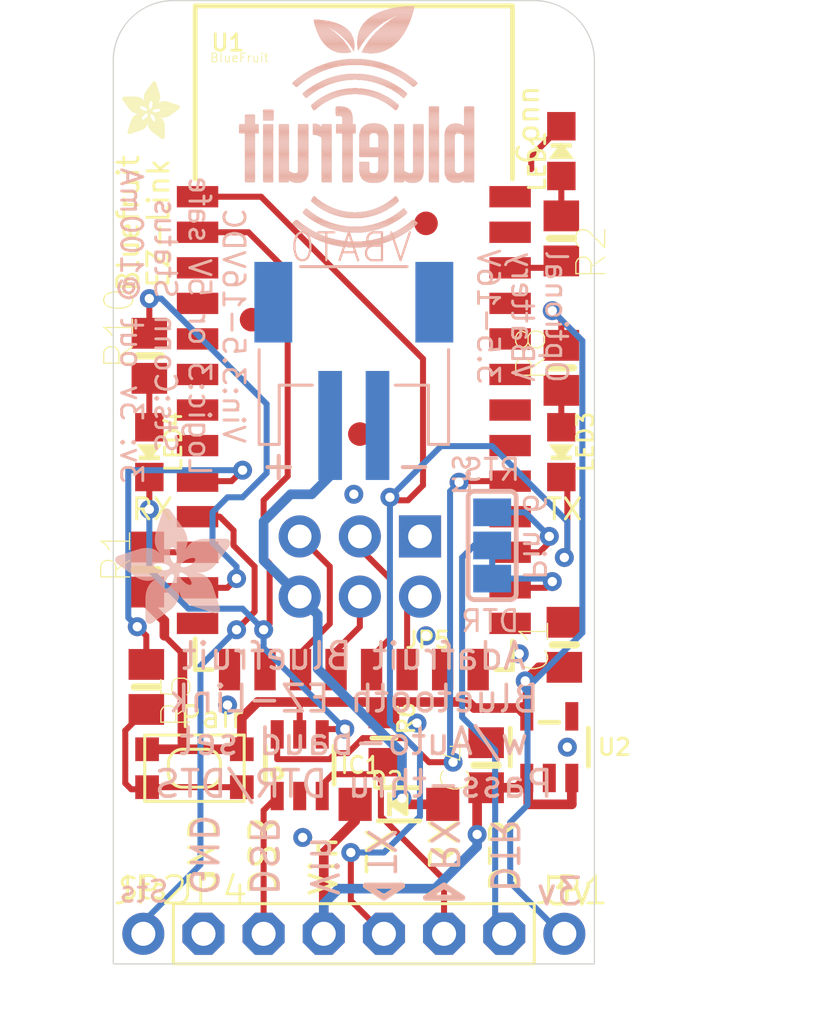
<source format=kicad_pcb>
(kicad_pcb (version 20211014) (generator pcbnew)
  (layers (0 "F.Cu" signal) (31 "B.Cu" signal) (34 "B.Paste" user) (35 "F.Paste" user) (36 "B.SilkS" user "B.Silkscreen") (37 "F.SilkS" user "F.Silkscreen") (38 "B.Mask" user) (39 "F.Mask" user) (44 "Edge.Cuts" user))
  (net 0 "")
  (net 1 "TXD")
  (net 2 "RXD")
  (net 3 "PAIR_LED")
  (net 4 "RESET")
  (net 5 "DSR")
  (net 6 "GND")
  (net 7 "SPI_CS")
  (net 8 "SPI_MOSI")
  (net 9 "SPI_MISO")
  (net 10 "SPI_CLK")
  (net 11 "+5V")
  (net 12 "+3V3")
  (net 13 "PAIR_BTN")
  (net 14 "N$2")
  (net 15 "RXD_5V")
  (net 16 "PAIR_2")
  (net 17 "DTR")
  (net 18 "DSR_5V")
  (net 19 "N$6")
  (net 20 "N$10")
  (net 21 "RTS")
  (net 22 "RTS/DTR")
  (net 23 "STATE")
  (net 24 "VBAT")
  (footprint "boardEagle:FIDUCIAL_1MM" (layer "F.Cu") (at 151.5491 94.0816)
    (fp_text reference "FID3" hide)
    (fp_text value "FIDUCIAL\"\"" hide)
    (pad "1" smd roundrect (at 0 0) (size 1 1) (layers "F.Cu" "F.Mask") (roundrect_rratio 0.5))
  )
  (footprint "boardEagle:SOT23-5" (layer "F.Cu") (at 156.7561 116.1796)
    (fp_text reference "U2" (at 1.978 0) (layer "F.SilkS") (effects (font (size 0.692831 0.692831) (thickness 0.119969)) (justify left)))
    (fp_text value "MIC5225-3.3")
    (pad "1" smd rect (at -0.95 1.3001) (size 0.55 1.2) (layers "F.Cu" "F.Paste" "F.Mask") (net 11 "+5V"))
    (pad "2" smd rect (at 0 1.3001) (size 0.55 1.2) (layers "F.Cu" "F.Paste" "F.Mask") (net 6 "GND"))
    (pad "3" smd rect (at 0.95 1.3001) (size 0.55 1.2) (layers "F.Cu" "F.Paste" "F.Mask") (net 11 "+5V"))
    (pad "4" smd rect (at 0.95 -1.3001) (size 0.55 1.2) (layers "F.Cu" "F.Paste" "F.Mask"))
    (pad "5" smd rect (at -0.95 -1.3001) (size 0.55 1.2) (layers "F.Cu" "F.Paste" "F.Mask") (net 12 "+3V3"))
  )
  (footprint "boardEagle:1X01-CLEANBIG" (layer "F.Cu") (at 157.3911 124.0536)
    (fp_text reference "JP1" (at -1.3462 -1.8288) (layer "F.SilkS") (effects (font (size 1.1557 1.1557) (thickness 0.1143)) (justify left)))
    (fp_text value "")
    (pad "1" thru_hole circle (at 0 0) (size 1.778 1.778) (drill 1.016) (layers *.Cu *.Mask) (net 12 "+3V3"))
  )
  (footprint "boardEagle:CHIPLED_0805_NOOUTLINE" (layer "F.Cu") (at 157.2641 103.7336 180)
    (fp_text reference "LED3" (at -1.016 1.778 90) (layer "F.SilkS") (effects (font (size 0.692831 0.692831) (thickness 0.119969)) (justify right)))
    (fp_text value "Blue")
    (pad "A" smd rect (at 0 1.05 180) (size 1.2 1.2) (layers "F.Cu" "F.Paste" "F.Mask") (net 19 "N$6"))
    (pad "C" smd rect (at 0 -1.05 180) (size 1.2 1.2) (layers "F.Cu" "F.Paste" "F.Mask") (net 1 "TXD"))
  )
  (footprint "boardEagle:BLUETOOTH_MODULE" (layer "F.Cu") (at 148.5011 98.9076)
    (fp_text reference "U1" (at -6.096 -12.446) (layer "F.SilkS") (effects (font (size 0.692831 0.692831) (thickness 0.119969)) (justify left)))
    (fp_text value "BlueFruit" (at -6.096 -11.811) (layer "F.SilkS") (effects (font (size 0.369824 0.369824) (thickness 0.036576)) (justify left)))
    (pad "1" smd rect (at -6.6 -5.95) (size 1.75 0.9) (layers "F.Cu" "F.Mask") (net 1 "TXD"))
    (pad "2" smd rect (at -6.6 -4.45) (size 1.75 0.9) (layers "F.Cu" "F.Mask") (net 2 "RXD"))
    (pad "3" smd rect (at -6.6 -2.95) (size 1.75 0.9) (layers "F.Cu" "F.Mask"))
    (pad "4" smd rect (at -6.6 -1.45) (size 1.75 0.9) (layers "F.Cu" "F.Mask"))
    (pad "5" smd rect (at -6.6 0.05) (size 1.75 0.9) (layers "F.Cu" "F.Mask"))
    (pad "6" smd rect (at -6.6 1.55) (size 1.75 0.9) (layers "F.Cu" "F.Mask"))
    (pad "7" smd rect (at -6.6 3.05) (size 1.75 0.9) (layers "F.Cu" "F.Mask"))
    (pad "8" smd rect (at -6.6 4.55) (size 1.75 0.9) (layers "F.Cu" "F.Mask"))
    (pad "9" smd rect (at -6.6 6.05) (size 1.75 0.9) (layers "F.Cu" "F.Mask") (net 13 "PAIR_BTN"))
    (pad "10" smd rect (at -6.6 7.55) (size 1.75 0.9) (layers "F.Cu" "F.Mask") (net 23 "STATE"))
    (pad "11" smd rect (at -6.6 9.05) (size 1.75 0.9) (layers "F.Cu" "F.Mask") (net 4 "RESET"))
    (pad "12" smd rect (at -6.6 10.55) (size 1.75 0.9) (layers "F.Cu" "F.Mask") (net 12 "+3V3"))
    (pad "13" smd rect (at -6.6 12.05) (size 1.75 0.9) (layers "F.Cu" "F.Mask") (net 6 "GND"))
    (pad "14" smd rect (at -5.25 14 90) (size 1.75 0.9) (layers "F.Cu" "F.Mask") (net 6 "GND"))
    (pad "15" smd rect (at -3.75 14 90) (size 1.75 0.9) (layers "F.Cu" "F.Mask"))
    (pad "16" smd rect (at -2.25 14 90) (size 1.75 0.9) (layers "F.Cu" "F.Mask") (net 7 "SPI_CS"))
    (pad "17" smd rect (at -0.75 14 90) (size 1.75 0.9) (layers "F.Cu" "F.Mask") (net 8 "SPI_MOSI"))
    (pad "18" smd rect (at 0.75 14 90) (size 1.75 0.9) (layers "F.Cu" "F.Mask") (net 9 "SPI_MISO"))
    (pad "19" smd rect (at 2.25 14 90) (size 1.75 0.9) (layers "F.Cu" "F.Mask") (net 10 "SPI_CLK"))
    (pad "20" smd rect (at 3.75 14 90) (size 1.75 0.9) (layers "F.Cu" "F.Mask"))
    (pad "21" smd rect (at 5.25 14 90) (size 1.75 0.9) (layers "F.Cu" "F.Mask") (net 6 "GND"))
    (pad "22" smd rect (at 6.6 12.05 180) (size 1.75 0.9) (layers "F.Cu" "F.Mask") (net 6 "GND"))
    (pad "23" smd rect (at 6.6 10.55 180) (size 1.75 0.9) (layers "F.Cu" "F.Mask") (net 17 "DTR"))
    (pad "24" smd rect (at 6.6 9.05 180) (size 1.75 0.9) (layers "F.Cu" "F.Mask") (net 21 "RTS"))
    (pad "25" smd rect (at 6.6 7.55 180) (size 1.75 0.9) (layers "F.Cu" "F.Mask"))
    (pad "26" smd rect (at 6.6 6.05 180) (size 1.75 0.9) (layers "F.Cu" "F.Mask") (net 5 "DSR"))
    (pad "27" smd rect (at 6.6 4.55 180) (size 1.75 0.9) (layers "F.Cu" "F.Mask"))
    (pad "28" smd rect (at 6.6 3.05 180) (size 1.75 0.9) (layers "F.Cu" "F.Mask"))
    (pad "29" smd rect (at 6.6 1.55 180) (size 1.75 0.9) (layers "F.Cu" "F.Mask"))
    (pad "30" smd rect (at 6.6 0.05 180) (size 1.75 0.9) (layers "F.Cu" "F.Mask"))
    (pad "31" smd rect (at 6.6 -1.45 180) (size 1.75 0.9) (layers "F.Cu" "F.Mask"))
    (pad "32" smd rect (at 6.6 -2.95 180) (size 1.75 0.9) (layers "F.Cu" "F.Mask") (net 3 "PAIR_LED"))
    (pad "33" smd rect (at 6.6 -4.45 180) (size 1.75 0.9) (layers "F.Cu" "F.Mask"))
    (pad "34" smd rect (at 6.6 -5.95 180) (size 1.75 0.9) (layers "F.Cu" "F.Mask"))
  )
  (footprint "" (layer "F.Cu") (at 156.7561 120.2436)
    (fp_text reference "@HOLE0" hide)
    (fp_text value "" (at 0 0) (layer "F.SilkS") (effects (font (size 1.27 1.27))))
    (pad "" np_thru_hole circle (at 0 0) (size 2.2 2.2) (drill 2.2) (layers *.Cu *.Mask))
  )
  (footprint "boardEagle:CHIPLED_0805_NOOUTLINE" (layer "F.Cu") (at 157.2641 91.0336)
    (fp_text reference "LED1" (at -1.016 1.778 90) (layer "F.SilkS") (effects (font (size 0.692831 0.692831) (thickness 0.119969)) (justify left)))
    (fp_text value "RED")
    (pad "A" smd rect (at 0 1.05) (size 1.2 1.2) (layers "F.Cu" "F.Paste" "F.Mask") (net 14 "N$2"))
    (pad "C" smd rect (at 0 -1.05) (size 1.2 1.2) (layers "F.Cu" "F.Paste" "F.Mask") (net 6 "GND"))
  )
  (footprint "boardEagle:FIDUCIAL_1MM" (layer "F.Cu") (at 148.7551 102.9716)
    (fp_text reference "FID1" hide)
    (fp_text value "FIDUCIAL\"\"" hide)
    (pad "1" smd roundrect (at 0 0) (size 1 1) (layers "F.Cu" "F.Mask") (roundrect_rratio 0.5))
  )
  (footprint "boardEagle:0805-NO" (layer "F.Cu") (at 157.3911 111.8616 90)
    (fp_text reference "C1" (at -1.27 -1.27 90) (layer "F.SilkS") (effects (font (size 1.21668 1.21668) (thickness 0.05332)) (justify left)))
    (fp_text value "10uF")
    (pad "1" smd rect (at -0.95 0 90) (size 1.3 1.5) (layers "F.Cu" "F.Paste" "F.Mask") (net 12 "+3V3"))
    (pad "2" smd rect (at 0.95 0 90) (size 1.3 1.5) (layers "F.Cu" "F.Paste" "F.Mask") (net 6 "GND"))
  )
  (footprint "boardEagle:ADAFRUIT_2.5MM" (layer "F.Cu") (at 138.7221 90.5256)
    (fp_text reference "U$3" hide)
    (fp_text value "" hide)
  )
  (footprint "boardEagle:FIDUCIAL_1MM" (layer "F.Cu") (at 144.1831 98.1456)
    (fp_text reference "FID2" hide)
    (fp_text value "FIDUCIAL\"\"" hide)
    (pad "1" smd roundrect (at 0 0) (size 1 1) (layers "F.Cu" "F.Mask") (roundrect_rratio 0.5))
  )
  (footprint "boardEagle:SOT23-6" (layer "F.Cu") (at 146.2151 116.9416)
    (fp_text reference "IC1" (at 1.651 0) (layer "F.SilkS") (effects (font (size 0.692831 0.692831) (thickness 0.119969)) (justify left)))
    (fp_text value "74LVC2G34DBVR")
    (pad "1" smd rect (at -0.95 1.3) (size 0.55 1.2) (layers "F.Cu" "F.Paste" "F.Mask") (net 18 "DSR_5V"))
    (pad "2" smd rect (at 0 1.3) (size 0.55 1.2) (layers "F.Cu" "F.Paste" "F.Mask") (net 6 "GND"))
    (pad "3" smd rect (at 0.95 1.3) (size 0.55 1.2) (layers "F.Cu" "F.Paste" "F.Mask") (net 15 "RXD_5V"))
    (pad "4" smd rect (at 0.95 -1.3) (size 0.55 1.2) (layers "F.Cu" "F.Paste" "F.Mask") (net 2 "RXD"))
    (pad "5" smd rect (at 0 -1.3) (size 0.55 1.2) (layers "F.Cu" "F.Paste" "F.Mask") (net 12 "+3V3"))
    (pad "6" smd rect (at -0.95 -1.3) (size 0.55 1.2) (layers "F.Cu" "F.Paste" "F.Mask") (net 5 "DSR"))
  )
  (footprint "" (layer "F.Cu") (at 140.2461 120.2436)
    (fp_text reference "@HOLE1" hide)
    (fp_text value "" (at 0 0) (layer "F.SilkS") (effects (font (size 1.27 1.27))))
    (pad "" np_thru_hole circle (at 0 0) (size 2.2 2.2) (drill 2.2) (layers *.Cu *.Mask))
  )
  (footprint "boardEagle:KMR2" (layer "F.Cu") (at 141.7701 117.0686)
    (fp_text reference "SW1" hide)
    (fp_text value "SPST_TACT-KMR2" hide)
    (pad "1" smd rect (at 2 -0.8) (size 1 1) (layers "F.Cu" "F.Paste" "F.Mask") (net 12 "+3V3"))
    (pad "2" smd rect (at 2 0.8) (size 1 1) (layers "F.Cu" "F.Paste" "F.Mask") (net 16 "PAIR_2"))
    (pad "3" smd rect (at -2 -0.8) (size 1 1) (layers "F.Cu" "F.Paste" "F.Mask") (net 12 "+3V3"))
    (pad "4" smd rect (at -2 0.8) (size 1 1) (layers "F.Cu" "F.Paste" "F.Mask") (net 16 "PAIR_2"))
  )
  (footprint "boardEagle:0805-NO" (layer "F.Cu") (at 139.7381 108.6866 90)
    (fp_text reference "R1" (at -0.635 -1.27 90) (layer "F.SilkS") (effects (font (size 1.21668 1.21668) (thickness 0.05332)) (justify left)))
    (fp_text value "10K")
    (pad "1" smd rect (at -0.95 0 90) (size 1.3 1.5) (layers "F.Cu" "F.Paste" "F.Mask") (net 12 "+3V3"))
    (pad "2" smd rect (at 0.95 0 90) (size 1.3 1.5) (layers "F.Cu" "F.Paste" "F.Mask") (net 4 "RESET"))
  )
  (footprint "boardEagle:0805-NO" (layer "F.Cu") (at 154.0891 116.9416 90)
    (fp_text reference "C4" (at -1.27 -1.27 90) (layer "F.SilkS") (effects (font (size 1.21668 1.21668) (thickness 0.05332)) (justify left)))
    (fp_text value "10uF")
    (pad "1" smd rect (at -0.95 0 90) (size 1.3 1.5) (layers "F.Cu" "F.Paste" "F.Mask") (net 11 "+5V"))
    (pad "2" smd rect (at 0.95 0 90) (size 1.3 1.5) (layers "F.Cu" "F.Paste" "F.Mask") (net 6 "GND"))
  )
  (footprint "boardEagle:CHIPLED_0805_NOOUTLINE" (layer "F.Cu") (at 139.8651 103.7336 180)
    (fp_text reference "LED4" (at -1.016 1.778 90) (layer "F.SilkS") (effects (font (size 0.692831 0.692831) (thickness 0.119969)) (justify right)))
    (fp_text value "Blue")
    (pad "A" smd rect (at 0 1.05 180) (size 1.2 1.2) (layers "F.Cu" "F.Paste" "F.Mask") (net 20 "N$10"))
    (pad "C" smd rect (at 0 -1.05 180) (size 1.2 1.2) (layers "F.Cu" "F.Paste" "F.Mask") (net 2 "RXD"))
  )
  (footprint "boardEagle:0805-NO" (layer "F.Cu") (at 139.7381 113.6396 -90)
    (fp_text reference "R5" (at -0.635 -1.27 90) (layer "F.SilkS") (effects (font (size 1.21668 1.21668) (thickness 0.05332)) (justify right)))
    (fp_text value "2.2K")
    (pad "1" smd rect (at -0.95 0 270) (size 1.3 1.5) (layers "F.Cu" "F.Paste" "F.Mask") (net 13 "PAIR_BTN"))
    (pad "2" smd rect (at 0.95 0 270) (size 1.3 1.5) (layers "F.Cu" "F.Paste" "F.Mask") (net 16 "PAIR_2"))
  )
  (footprint "boardEagle:SOD-123" (layer "F.Cu") (at 150.4061 118.5926)
    (fp_text reference "D2" (at -1.27 -1.016) (layer "F.SilkS") (effects (font (size 0.692831 0.692831) (thickness 0.119969)) (justify left)))
    (fp_text value "MBR120")
    (pad "A" smd rect (at 1.85 0 90) (size 1.4 1.4) (layers "F.Cu" "F.Paste" "F.Mask") (net 24 "VBAT"))
    (pad "C" smd rect (at -1.85 0 90) (size 1.4 1.4) (layers "F.Cu" "F.Paste" "F.Mask") (net 11 "+5V"))
  )
  (footprint "boardEagle:0805-NO" (layer "F.Cu") (at 157.2641 94.7166 -90)
    (fp_text reference "R2" (at -0.635 -1.27 90) (layer "F.SilkS") (effects (font (size 1.21668 1.21668) (thickness 0.05332)) (justify right)))
    (fp_text value "470")
    (pad "1" smd rect (at -0.95 0 270) (size 1.3 1.5) (layers "F.Cu" "F.Paste" "F.Mask") (net 14 "N$2"))
    (pad "2" smd rect (at 0.95 0 270) (size 1.3 1.5) (layers "F.Cu" "F.Paste" "F.Mask") (net 3 "PAIR_LED"))
  )
  (footprint "" (layer "F.Cu") (at 140.2461 86.5886)
    (fp_text reference "@HOLE2" hide)
    (fp_text value "" (at 0 0) (layer "F.SilkS") (effects (font (size 1.27 1.27))))
    (pad "" np_thru_hole circle (at 0 0) (size 2.2 2.2) (drill 2.2) (layers *.Cu *.Mask))
  )
  (footprint "boardEagle:2X03_ROUND_70MIL" (layer "F.Cu") (at 148.7551 108.5596 180)
    (fp_text reference "JP5" (at -3.8862 -3.0988) (layer "F.SilkS") (effects (font (size 0.692831 0.692831) (thickness 0.119969)) (justify right)))
    (fp_text value "")
    (pad "1" thru_hole rect (at -2.54 1.27 270) (size 1.778 1.778) (drill 1) (layers *.Cu *.Mask) (net 6 "GND"))
    (pad "2" thru_hole circle (at -2.54 -1.27 270) (size 1.778 1.778) (drill 1) (layers *.Cu *.Mask) (net 10 "SPI_CLK"))
    (pad "3" thru_hole circle (at 0 1.27 270) (size 1.778 1.778) (drill 1) (layers *.Cu *.Mask) (net 9 "SPI_MISO"))
    (pad "4" thru_hole circle (at 0 -1.27 270) (size 1.778 1.778) (drill 1) (layers *.Cu *.Mask) (net 8 "SPI_MOSI"))
    (pad "5" thru_hole circle (at 2.54 1.27 270) (size 1.778 1.778) (drill 1) (layers *.Cu *.Mask) (net 7 "SPI_CS"))
    (pad "6" thru_hole circle (at 2.54 -1.27 270) (size 1.778 1.778) (drill 1) (layers *.Cu *.Mask) (net 24 "VBAT"))
  )
  (footprint "boardEagle:1X06-BIG" (layer "F.Cu") (at 148.5011 124.0536)
    (fp_text reference "JP4" (at -7.6962 -1.8288) (layer "F.SilkS") (effects (font (size 1.1557 1.1557) (thickness 0.1143)) (justify left)))
    (fp_text value "")
    (pad "1" thru_hole roundrect (at -6.35 0 90) (size 1.778 1.778) (drill 1.016) (layers *.Cu *.Mask) (chamfer_ratio 0.2928932188) (chamfer top_left top_right bottom_left bottom_right) (net 6 "GND"))
    (pad "2" thru_hole roundrect (at -3.81 0 90) (size 1.778 1.778) (drill 1.016) (layers *.Cu *.Mask) (chamfer_ratio 0.2928932188) (chamfer top_left top_right bottom_left bottom_right) (net 18 "DSR_5V"))
    (pad "3" thru_hole roundrect (at -1.27 0 90) (size 1.778 1.778) (drill 1.016) (layers *.Cu *.Mask) (chamfer_ratio 0.2928932188) (chamfer top_left top_right bottom_left bottom_right) (net 11 "+5V"))
    (pad "4" thru_hole roundrect (at 1.27 0 90) (size 1.778 1.778) (drill 1.016) (layers *.Cu *.Mask) (chamfer_ratio 0.2928932188) (chamfer top_left top_right bottom_left bottom_right) (net 1 "TXD"))
    (pad "5" thru_hole roundrect (at 3.81 0 90) (size 1.778 1.778) (drill 1.016) (layers *.Cu *.Mask) (chamfer_ratio 0.2928932188) (chamfer top_left top_right bottom_left bottom_right) (net 15 "RXD_5V"))
    (pad "6" thru_hole roundrect (at 6.35 0 90) (size 1.778 1.778) (drill 1.016) (layers *.Cu *.Mask) (chamfer_ratio 0.2928932188) (chamfer top_left top_right bottom_left bottom_right) (net 22 "RTS/DTR"))
  )
  (footprint "boardEagle:_0805MP" (layer "F.Cu") (at 149.7711 115.7986 -90)
    (fp_text reference "R6" (at -1.5875 -0.9525 90) (layer "F.SilkS") (effects (font (size 0.692831 0.692831) (thickness 0.119969)) (justify right)))
    (fp_text value "10K")
    (pad "1" smd rect (at -1.016 0 270) (size 1.2 1.3) (layers "F.Cu" "F.Paste" "F.Mask") (net 12 "+3V3"))
    (pad "2" smd rect (at 1.016 0 270) (size 1.2 1.3) (layers "F.Cu" "F.Paste" "F.Mask") (net 15 "RXD_5V"))
  )
  (footprint "boardEagle:1X01-CLEANBIG" (layer "F.Cu") (at 139.6111 124.0536)
    (fp_text reference "JP2" (at -1.3462 -1.8288) (layer "F.SilkS") (effects (font (size 1.1557 1.1557) (thickness 0.1143)) (justify left)))
    (fp_text value "")
    (pad "1" thru_hole circle (at 0 0) (size 1.778 1.778) (drill 1.016) (layers *.Cu *.Mask) (net 23 "STATE"))
  )
  (footprint "boardEagle:0805-NO" (layer "F.Cu") (at 157.2641 100.1776 90)
    (fp_text reference "R8" (at -0.635 -1.27 90) (layer "F.SilkS") (effects (font (size 1.21668 1.21668) (thickness 0.05332)) (justify left)))
    (fp_text value "220")
    (pad "1" smd rect (at -0.95 0 90) (size 1.3 1.5) (layers "F.Cu" "F.Paste" "F.Mask") (net 19 "N$6"))
    (pad "2" smd rect (at 0.95 0 90) (size 1.3 1.5) (layers "F.Cu" "F.Paste" "F.Mask") (net 12 "+3V3"))
  )
  (footprint "boardEagle:0805-NO" (layer "F.Cu") (at 139.8651 99.6696 90)
    (fp_text reference "R10" (at -0.635 -1.27 90) (layer "F.SilkS") (effects (font (size 1.21668 1.21668) (thickness 0.05332)) (justify left)))
    (fp_text value "220")
    (pad "1" smd rect (at -0.95 0 90) (size 1.3 1.5) (layers "F.Cu" "F.Paste" "F.Mask") (net 20 "N$10"))
    (pad "2" smd rect (at 0.95 0 90) (size 1.3 1.5) (layers "F.Cu" "F.Paste" "F.Mask") (net 12 "+3V3"))
  )
  (footprint "" (layer "F.Cu") (at 156.7561 86.5886)
    (fp_text reference "@HOLE3" hide)
    (fp_text value "" (at 0 0) (layer "F.SilkS") (effects (font (size 1.27 1.27))))
    (pad "" np_thru_hole circle (at 0 0) (size 2.2 2.2) (drill 2.2) (layers *.Cu *.Mask))
  )
  (footprint "boardEagle:JST-PH-2-SMT-RA" (layer "B.Cu") (at 148.5011 98.9076 180)
    (fp_text reference "VBAT0" (at -2.54 3.81) (layer "B.SilkS") (effects (font (size 1.176528 1.176528) (thickness 0.093472)) (justify left mirror)))
    (fp_text value "JST-2PH")
    (fp_text user "+" (at 2.286 -6.096) (layer "B.SilkS") (effects (font (size 1.251712 1.251712) (thickness 0.170688)) (justify left bottom mirror)))
    (fp_text user "-" (at -3.429 -6.096) (layer "B.SilkS") (effects (font (size 1.251712 1.251712) (thickness 0.170688)) (justify left bottom mirror)))
    (pad "1" smd rect (at 1 -3.7 180) (size 1 4.6) (layers "B.Cu" "B.Paste" "B.Mask") (net 24 "VBAT"))
    (pad "2" smd rect (at -1 -3.7 180) (size 1 4.6) (layers "B.Cu" "B.Paste" "B.Mask") (net 6 "GND"))
    (pad "NC1" smd rect (at -3.4 1.5 90) (size 3.4 1.6) (layers "B.Cu" "B.Paste" "B.Mask"))
    (pad "NC2" smd rect (at 3.4 1.5 90) (size 3.4 1.6) (layers "B.Cu" "B.Paste" "B.Mask"))
  )
  (footprint "boardEagle:ADAFRUIT_5MM" (layer "B.Cu") (at 143.2941 110.9726 180)
    (fp_text reference "U$2" hide)
    (fp_text value "" hide)
  )
  (footprint "boardEagle:SOLDERJUMPER_2WAY_OPEN_NOPASTE" (layer "B.Cu") (at 154.3431 107.6706 -90)
    (fp_text reference "SJ1" (at -1.905 1.27 -270) (layer "B.SilkS") (effects (font (size 0.692831 0.692831) (thickness 0.119969)) (justify right mirror)))
    (fp_text value "")
    (pad "1" smd rect (at -1.397 0 270) (size 1.1684 1.6002) (layers "B.Cu") (net 21 "RTS"))
    (pad "2" smd rect (at 0 0 270) (size 1.1684 1.6002) (layers "B.Cu") (net 22 "RTS/DTR"))
    (pad "3" smd rect (at 1.397 0 270) (size 1.1684 1.6002) (layers "B.Cu") (net 17 "DTR"))
  )
  (footprint "boardEagle:BLUEFRUITLOGO_100MM" (layer "B.Cu") (at 153.5811 95.0976 180)
    (fp_text reference "U$4" hide)
    (fp_text value "" hide)
  )
  (gr_line (start 149.7711 122.5296) (end 150.5331 122.0216) (layer "B.SilkS") (width 0.254))
  (gr_line (start 150.5331 122.0216) (end 149.0091 122.0216) (layer "B.SilkS") (width 0.254))
  (gr_line (start 151.5491 122.5296) (end 153.0731 122.5296) (layer "B.SilkS") (width 0.254))
  (gr_line (start 149.0091 122.0216) (end 149.7711 122.5296) (layer "B.SilkS") (width 0.254))
  (gr_line (start 152.3111 122.0216) (end 151.5491 122.5296) (layer "B.SilkS") (width 0.254))
  (gr_line (start 153.0731 122.5296) (end 152.3111 122.0216) (layer "B.SilkS") (width 0.254))
  (gr_line (start 152.3111 122.0216) (end 151.5491 122.5296) (layer "F.SilkS") (width 0.254))
  (gr_line (start 153.0731 122.5296) (end 152.3111 122.0216) (layer "F.SilkS") (width 0.254))
  (gr_line (start 150.5331 122.0216) (end 149.0091 122.0216) (layer "F.SilkS") (width 0.254))
  (gr_line (start 151.5491 122.5296) (end 153.0731 122.5296) (layer "F.SilkS") (width 0.254))
  (gr_line (start 149.0091 122.0216) (end 149.7711 122.5296) (layer "F.SilkS") (width 0.254))
  (gr_line (start 149.7711 122.5296) (end 150.5331 122.0216) (layer "F.SilkS") (width 0.254))
  (gr_arc (start 156.1211 84.6836) (mid 157.917151 85.427549) (end 158.6611 87.2236) (layer "Edge.Cuts") (width 0.05))
  (gr_line (start 138.3411 87.2236) (end 138.3411 125.3236) (layer "Edge.Cuts") (width 0.05))
  (gr_arc (start 138.3411 87.2236) (mid 139.085049 85.427549) (end 140.8811 84.6836) (layer "Edge.Cuts") (width 0.05))
  (gr_line (start 138.3411 125.3236) (end 158.6611 125.3236) (layer "Edge.Cuts") (width 0.05))
  (gr_line (start 158.6611 125.3236) (end 158.6611 87.2236) (layer "Edge.Cuts") (width 0.05))
  (gr_line (start 156.1211 84.6836) (end 140.8811 84.6836) (layer "Edge.Cuts") (width 0.05))
  (gr_text "3v" (at 156.1211 122.2756) (layer "B.SilkS") (effects (font (size 1.1176 1.1176) (thickness 0.1524)) (justify right mirror)))
  (gr_text "Pin 6" (at 156.6291 105.3846 -90) (layer "B.SilkS") (effects (font (size 0.89408 0.89408) (thickness 0.12192)) (justify right top mirror)))
  (gr_text "Vin:3.5-16VDC\nLogic:3 or 5V safe\nSts:Conn Status\n3v: 3v out @100mA" (at 141.2621 98.3996 -90) (layer "B.SilkS") (effects (font (size 0.89408 0.89408) (thickness 0.12192)) (justify mirror)))
  (gr_text "Optional\nVBattery\n3.5-16V" (at 155.6131 98.0186 -90) (layer "B.SilkS") (effects (font (size 0.89408 0.89408) (thickness 0.12192)) (justify mirror)))
  (gr_text "TX" (at 149.6441 121.6406 -90) (layer "B.SilkS") (effects (font (size 1.1176 1.1176) (thickness 0.1524)) (justify left mirror)))
  (gr_text "DSR" (at 144.6911 122.5296 -90) (layer "B.SilkS") (effects (font (size 1.1176 1.1176) (thickness 0.1524)) (justify left mirror)))
  (gr_text "Vin" (at 147.2311 122.5296 -90) (layer "B.SilkS") (effects (font (size 1.1176 1.1176) (thickness 0.1524)) (justify left mirror)))
  (gr_text "DTR" (at 152.9461 110.3376) (layer "B.SilkS") (effects (font (size 0.89408 0.89408) (thickness 0.12192)) (justify right top mirror)))
  (gr_text "DTR" (at 154.8511 122.4026 -90) (layer "B.SilkS") (effects (font (size 1.1176 1.1176) (thickness 0.1524)) (justify left mirror)))
  (gr_text "Adafruit Bluefruit\nBluetooth EZ-Link\nw/Auto-baud set\nPass-thru DTR/DTS" (at 148.5011 115.0366) (layer "B.SilkS") (effects (font (size 1.1176 1.1176) (thickness 0.1524)) (justify mirror)))
  (gr_text "GND" (at 142.1511 122.5296 -90) (layer "B.SilkS") (effects (font (size 1.1176 1.1176) (thickness 0.1524)) (justify left mirror)))
  (gr_text "RTS" (at 155.6131 105.0036) (layer "B.SilkS") (effects (font (size 0.89408 0.89408) (thickness 0.12192)) (justify left bottom mirror)))
  (gr_text "RX" (at 152.3111 121.5136 -90) (layer "B.SilkS") (effects (font (size 1.1176 1.1176) (thickness 0.1524)) (justify left mirror)))
  (gr_text "Sts" (at 140.7541 122.2756) (layer "B.SilkS") (effects (font (size 0.89408 0.89408) (thickness 0.12192)) (justify left mirror)))
  (gr_text "Sts" (at 138.4681 122.1486) (layer "F.SilkS") (effects (font (size 0.89408 0.89408) (thickness 0.12192)) (justify left)))
  (gr_text "3v" (at 158.6611 122.2756) (layer "F.SilkS") (effects (font (size 1.1176 1.1176) (thickness 0.1524)) (justify right)))
  (gr_text "DTR" (at 154.8511 122.4026 90) (layer "F.SilkS") (effects (font (size 1.1176 1.1176) (thickness 0.1524)) (justify left)))
  (gr_text "GND" (at 142.1511 122.5296 90) (layer "F.SilkS") (effects (font (size 1.1176 1.1176) (thickness 0.1524)) (justify left)))
  (gr_text "Pair" (at 143.9291 114.9096) (layer "F.SilkS") (effects (font (size 0.89408 0.89408) (thickness 0.12192)) (justify right)))
  (gr_text "RX" (at 139.9921 106.1466) (layer "F.SilkS") (effects (font (size 0.89408 0.89408) (thickness 0.12192))))
  (gr_text "Vin" (at 147.2311 122.5296 90) (layer "F.SilkS") (effects (font (size 1.1176 1.1176) (thickness 0.1524)) (justify left)))
  (gr_text "DSR" (at 144.6911 122.5296 90) (layer "F.SilkS") (effects (font (size 1.1176 1.1176) (thickness 0.1524)) (justify left)))
  (gr_text "TX" (at 149.6441 121.6406 90) (layer "F.SilkS") (effects (font (size 1.1176 1.1176) (thickness 0.1524)) (justify left)))
  (gr_text "TX" (at 157.3911 106.1466) (layer "F.SilkS") (effects (font (size 0.89408 0.89408) (thickness 0.12192))))
  (gr_text "Bluefruit" (at 138.9761 94.0816 90) (layer "F.SilkS") (effects (font (size 0.89408 0.89408) (thickness 0.12192))))
  (gr_text "RX" (at 152.3111 121.5136 90) (layer "F.SilkS") (effects (font (size 1.1176 1.1176) (thickness 0.1524)) (justify left)))
  (gr_text "Conn" (at 155.8671 91.6686 90) (layer "F.SilkS") (effects (font (size 0.89408 0.89408) (thickness 0.12192)) (justify left)))
  (gr_text "EZ-Link" (at 140.2461 94.0816 90) (layer "F.SilkS") (effects (font (size 0.89408 0.89408) (thickness 0.12192))))
  (segment (start 150.0251 105.7656) (end 150.0251 105.6386) (width 0.254) (layer "F.Cu") (net 1))
  (segment (start 151.4221 105.1306) (end 150.7871 105.7656) (width 0.254) (layer "F.Cu") (net 1))
  (segment (start 157.5181 104.7836) (end 157.5181 108.0516) (width 0.254) (layer "F.Cu") (net 1))
  (segment (start 157.2641 104.7836) (end 157.5181 104.7836) (width 0.254) (layer "F.Cu") (net 1))
  (segment (start 148.3741 120.6246) (end 148.3741 122.6566) (width 0.254) (layer "F.Cu") (net 1))
  (segment (start 141.9011 92.9576) (end 144.5831 92.9576) (width 0.254) (layer "F.Cu") (net 1))
  (segment (start 157.5181 108.0516) (end 157.3911 108.1786) (width 0.254) (layer "F.Cu") (net 1))
  (segment (start 148.3741 122.6566) (end 149.7711 124.0536) (width 0.254) (layer "F.Cu") (net 1))
  (segment (start 144.5831 92.9576) (end 151.4221 99.7966) (width 0.254) (layer "F.Cu") (net 1))
  (segment (start 151.4221 99.7966) (end 151.4221 105.1306) (width 0.254) (layer "F.Cu") (net 1))
  (segment (start 150.7871 105.7656) (end 150.0251 105.7656) (width 0.254) (layer "F.Cu") (net 1))
  (via (at 148.3741 120.6246) (size 0.8001) (drill 0.3937) (layers "F.Cu" "B.Cu") (net 1))
  (via (at 157.3911 108.1786) (size 0.8001) (drill 0.3937) (layers "F.Cu" "B.Cu") (net 1))
  (via (at 150.0251 105.6386) (size 0.8001) (drill 0.3937) (layers "F.Cu" "B.Cu") (net 1))
  (segment (start 157.5181 106.6546) (end 157.5181 108.0516) (width 0.254) (layer "B.Cu") (net 1))
  (segment (start 150.0251 105.6386) (end 150.0251 115.1636) (width 0.254) (layer "B.Cu") (net 1))
  (segment (start 150.0251 115.1636) (end 151.2951 116.4336) (width 0.254) (layer "B.Cu") (net 1))
  (segment (start 150.0251 105.6386) (end 152.1841 103.4796) (width 0.254) (layer "B.Cu") (net 1))
  (segment (start 157.5181 108.0516) (end 157.3911 108.1786) (width 0.254) (layer "B.Cu") (net 1))
  (segment (start 151.2951 116.4336) (end 151.2951 119.1006) (width 0.254) (layer "B.Cu") (net 1))
  (segment (start 149.7711 120.6246) (end 148.3741 120.6246) (width 0.254) (layer "B.Cu") (net 1))
  (segment (start 154.3431 103.4796) (end 157.5181 106.6546) (width 0.254) (layer "B.Cu") (net 1))
  (segment (start 152.1841 103.4796) (end 154.3431 103.4796) (width 0.254) (layer "B.Cu") (net 1))
  (segment (start 151.2951 119.1006) (end 149.7711 120.6246) (width 0.254) (layer "B.Cu") (net 1))
  (segment (start 145.7071 104.7496) (end 144.6911 105.7656) (width 0.254) (layer "F.Cu") (net 2))
  (segment (start 148.1201 115.4176) (end 147.3891 115.4176) (width 0.254) (layer "F.Cu") (net 2))
  (segment (start 144.6911 108.1786) (end 144.9451 108.4326) (width 0.254) (layer "F.Cu") (net 2))
  (segment (start 141.9011 94.4576) (end 144.0511 94.4576) (width 0.254) (layer "F.Cu") (net 2))
  (segment (start 144.9451 108.4326) (end 144.9451 110.9726) (width 0.254) (layer "F.Cu") (net 2))
  (segment (start 144.6911 105.7656) (end 144.6911 108.1786) (width 0.254) (layer "F.Cu") (net 2))
  (segment (start 144.0511 94.4576) (end 145.7071 96.1136) (width 0.254) (layer "F.Cu") (net 2))
  (segment (start 144.9451 110.9726) (end 144.6911 111.2266) (width 0.254) (layer "F.Cu") (net 2))
  (segment (start 139.8651 104.7836) (end 139.8651 106.1466) (width 0.254) (layer "F.Cu") (net 2))
  (segment (start 145.7071 96.1136) (end 145.7071 104.7496) (width 0.254) (layer "F.Cu") (net 2))
  (segment (start 147.3891 115.4176) (end 147.1651 115.6416) (width 0.254) (layer "F.Cu") (net 2))
  (via (at 139.8651 106.1466) (size 0.8001) (drill 0.3937) (layers "F.Cu" "B.Cu") (net 2))
  (via (at 148.1201 115.4176) (size 0.8001) (drill 0.3937) (layers "F.Cu" "B.Cu") (net 2))
  (via (at 144.6911 111.2266) (size 0.8001) (drill 0.3937) (layers "F.Cu" "B.Cu") (net 2))
  (segment (start 144.6911 111.2266) (end 144.6911 111.9886) (width 0.254) (layer "B.Cu") (net 2))
  (segment (start 139.8651 108.6866) (end 139.8651 106.1466) (width 0.254) (layer "B.Cu") (net 2))
  (segment (start 141.5161 110.3376) (end 139.8651 108.6866) (width 0.254) (layer "B.Cu") (net 2))
  (segment (start 143.8021 110.3376) (end 144.6911 111.2266) (width 0.254) (layer "B.Cu") (net 2))
  (segment (start 143.8021 110.3376) (end 141.5161 110.3376) (width 0.254) (layer "B.Cu") (net 2))
  (segment (start 144.6911 111.9886) (end 148.1201 115.4176) (width 0.254) (layer "B.Cu") (net 2))
  (segment (start 155.1011 95.9576) (end 156.9731 95.9576) (width 0.254) (layer "F.Cu") (net 3))
  (segment (start 156.9731 95.9576) (end 157.2641 95.6666) (width 0.254) (layer "F.Cu") (net 3))
  (segment (start 139.7381 107.7366) (end 139.9591 107.9576) (width 0.254) (layer "F.Cu") (net 4))
  (segment (start 139.9591 107.9576) (end 141.9011 107.9576) (width 0.254) (layer "F.Cu") (net 4))
  (segment (start 152.9461 104.9576) (end 155.1011 104.9576) (width 0.254) (layer "F.Cu") (net 5))
  (segment (start 148.2471 116.4336) (end 148.8821 115.7986) (width 0.254) (layer "F.Cu") (net 5))
  (segment (start 148.8821 115.7986) (end 150.6601 115.7986) (width 0.254) (layer "F.Cu") (net 5))
  (segment (start 145.2651 116.6876) (end 147.4851 116.6876) (width 0.254) (layer "F.Cu") (net 5))
  (segment (start 145.2651 115.6416) (end 145.2651 116.6876) (width 0.254) (layer "F.Cu") (net 5))
  (segment (start 147.7391 116.4336) (end 148.2471 116.4336) (width 0.254) (layer "F.Cu") (net 5))
  (segment (start 152.9461 105.0036) (end 152.9461 104.9576) (width 0.254) (layer "F.Cu") (net 5))
  (segment (start 151.6761 116.8146) (end 152.6921 116.8146) (width 0.254) (layer "F.Cu") (net 5))
  (segment (start 147.4851 116.6876) (end 147.7391 116.4336) (width 0.254) (layer "F.Cu") (net 5))
  (segment (start 150.6601 115.7986) (end 151.6761 116.8146) (width 0.254) (layer "F.Cu") (net 5))
  (via (at 152.9461 105.0036) (size 0.8001) (drill 0.3937) (layers "F.Cu" "B.Cu") (net 5))
  (via (at 152.6921 116.8146) (size 0.8001) (drill 0.3937) (layers "F.Cu" "B.Cu") (net 5))
  (segment (start 152.5651 105.3846) (end 152.9461 105.0036) (width 0.254) (layer "B.Cu") (net 5))
  (segment (start 152.6921 116.5606) (end 152.5651 116.4336) (width 0.254) (layer "B.Cu") (net 5))
  (segment (start 152.5651 116.4336) (end 152.5651 105.3846) (width 0.254) (layer "B.Cu") (net 5))
  (segment (start 152.6921 116.8146) (end 152.6921 116.5606) (width 0.254) (layer "B.Cu") (net 5))
  (segment (start 153.7391 115.6416) (end 154.0891 115.9916) (width 0.254) (layer "F.Cu") (net 6))
  (segment (start 157.2641 89.9836) (end 155.9941 91.2536) (width 0.254) (layer "F.Cu") (net 6))
  (segment (start 155.9941 91.2536) (end 155.9941 91.7956) (width 0.254) (layer "F.Cu") (net 6))
  (via (at 148.5011 105.5116) (size 0.8001) (drill 0.3937) (layers "F.Cu" "B.Cu") (net 6))
  (via (at 157.5181 116.1796) (size 0.8001) (drill 0.3937) (layers "F.Cu" "B.Cu") (net 6))
  (via (at 146.3421 119.9896) (size 0.8001) (drill 0.3937) (layers "F.Cu" "B.Cu") (net 6))
  (via (at 151.5491 111.4806) (size 0.8001) (drill 0.3937) (layers "F.Cu" "B.Cu") (net 6))
  (via (at 143.1671 114.4016) (size 0.8001) (drill 0.3937) (layers "F.Cu" "B.Cu") (net 6))
  (via (at 151.1681 115.1636) (size 0.8001) (drill 0.3937) (layers "F.Cu" "B.Cu") (net 6))
  (via (at 155.4861 112.2426) (size 0.8001) (drill 0.3937) (layers "F.Cu" "B.Cu") (net 6))
  (segment (start 147.4851 108.5596) (end 146.2151 107.2896) (width 0.254) (layer "F.Cu") (net 7))
  (segment (start 146.2511 112.2066) (end 147.4851 110.9726) (width 0.254) (layer "F.Cu") (net 7))
  (segment (start 147.4851 110.9726) (end 147.4851 108.5596) (width 0.254) (layer "F.Cu") (net 7))
  (segment (start 146.2511 112.2066) (end 146.2511 112.9076) (width 0.254) (layer "F.Cu") (net 7))
  (segment (start 148.7551 111.0996) (end 148.7551 109.8296) (width 0.254) (layer "F.Cu") (net 8))
  (segment (start 147.7511 112.9076) (end 147.7511 112.1036) (width 0.254) (layer "F.Cu") (net 8))
  (segment (start 147.7511 112.1036) (end 148.7551 111.0996) (width 0.254) (layer "F.Cu") (net 8))
  (segment (start 149.2511 112.3816) (end 149.2511 112.9076) (width 0.254) (layer "F.Cu") (net 9))
  (segment (start 150.0251 109.0676) (end 150.0251 111.6076) (width 0.254) (layer "F.Cu") (net 9))
  (segment (start 148.7551 107.2896) (end 148.7551 107.7976) (width 0.254) (layer "F.Cu") (net 9))
  (segment (start 148.7551 107.7976) (end 150.0251 109.0676) (width 0.254) (layer "F.Cu") (net 9))
  (segment (start 150.0251 111.6076) (end 149.2511 112.3816) (width 0.254) (layer "F.Cu") (net 9))
  (segment (start 150.7511 110.3736) (end 151.2951 109.8296) (width 0.254) (layer "F.Cu") (net 10))
  (segment (start 150.7511 112.9076) (end 150.7511 110.3736) (width 0.254) (layer "F.Cu") (net 10))
  (segment (start 153.7081 118.2726) (end 153.7081 119.8626) (width 0.4064) (layer "F.Cu") (net 11))
  (segment (start 147.2311 120.6246) (end 147.2311 124.0536) (width 0.4064) (layer "F.Cu") (net 11))
  (segment (start 148.5561 119.2996) (end 147.2311 120.6246) (width 0.4064) (layer "F.Cu") (net 11))
  (segment (start 155.3942 117.8916) (end 154.0891 117.8916) (width 0.4064) (layer "F.Cu") (net 11))
  (segment (start 155.8061 117.4797) (end 155.3942 117.8916) (width 0.4064) (layer "F.Cu") (net 11))
  (segment (start 157.7061 118.5926) (end 155.8671 118.5926) (width 0.4064) (layer "F.Cu") (net 11))
  (segment (start 157.7061 117.4797) (end 157.7061 118.5926) (width 0.4064) (layer "F.Cu") (net 11))
  (segment (start 155.8671 118.5926) (end 155.8671 117.4797) (width 0.4064) (layer "F.Cu") (net 11))
  (segment (start 155.8671 117.4797) (end 155.8061 117.4797) (width 0.254) (layer "F.Cu") (net 11))
  (segment (start 154.0891 117.8916) (end 153.7081 118.2726) (width 0.254) (layer "F.Cu") (net 11))
  (segment (start 148.5561 118.5926) (end 148.5561 119.2996) (width 0.4064) (layer "F.Cu") (net 11))
  (via (at 153.7081 119.8626) (size 0.8001) (drill 0.3937) (layers "F.Cu" "B.Cu") (net 11))
  (segment (start 151.9301 122.1486) (end 153.7081 120.3706) (width 0.4064) (layer "B.Cu") (net 11))
  (segment (start 153.7081 120.3706) (end 153.7081 119.8626) (width 0.4064) (layer "B.Cu") (net 11))
  (segment (start 147.8661 122.1486) (end 147.2311 122.7836) (width 0.4064) (layer "B.Cu") (net 11))
  (segment (start 147.2311 122.7836) (end 147.2311 124.0536) (width 0.4064) (layer "B.Cu") (net 11))
  (segment (start 147.8661 122.1486) (end 151.9301 122.1486) (width 0.4064) (layer "B.Cu") (net 11))
  (segment (start 157.2641 99.2276) (end 157.2641 98.1456) (width 0.254) (layer "F.Cu") (net 12))
  (segment (start 143.7701 116.2686) (end 143.7701 114.9416) (width 0.4064) (layer "F.Cu") (net 12))
  (segment (start 145.9611 114.2746) (end 149.7711 114.2746) (width 0.4064) (layer "F.Cu") (net 12))
  (segment (start 146.2151 115.6416) (end 146.2151 114.2746) (width 0.254) (layer "F.Cu") (net 12))
  (segment (start 149.7711 114.2746) (end 150.5331 114.2746) (width 0.4064) (layer "F.Cu") (net 12))
  (segment (start 157.2641 98.1456) (end 156.8831 97.7646) (width 0.254) (layer "F.Cu") (net 12))
  (segment (start 140.5001 110.8456) (end 140.5001 111.4806) (width 0.4064) (layer "F.Cu") (net 12))
  (segment (start 150.3451 114.2746) (end 150.5331 114.2746) (width 0.254) (layer "F.Cu") (net 12))
  (segment (start 155.4552 114.5286) (end 155.8061 114.8795) (width 0.4064) (layer "F.Cu") (net 12))
  (segment (start 141.2621 116.2686) (end 143.7701 116.2686) (width 0.4064) (layer "F.Cu") (net 12))
  (segment (start 155.8362 114.8494) (end 155.8061 114.8795) (width 0.254) (layer "F.Cu") (net 12))
  (segment (start 155.7401 113.3856) (end 156.3141 112.8116) (width 0.4064) (layer "F.Cu") (net 12))
  (segment (start 153.3271 114.2746) (end 153.5811 114.5286) (width 0.4064) (layer "F.Cu") (net 12))
  (segment (start 139.8651 98.7196) (end 139.8651 97.2566) (width 0.254) (layer "F.Cu") (net 12))
  (segment (start 139.7381 109.9566) (end 139.7381 109.6366) (width 0.254) (layer "F.Cu") (net 12))
  (segment (start 139.7381 109.6366) (end 139.9171 109.4576) (width 0.254) (layer "F.Cu") (net 12))
  (segment (start 143.1581 109.4576) (end 143.5481 109.0676) (width 0.254) (layer "F.Cu") (net 12))
  (segment (start 153.5811 114.5286) (end 155.4552 114.5286) (width 0.4064) (layer "F.Cu") (net 12))
  (segment (start 155.8362 114.8494) (end 155.8362 113.4817) (width 0.4064) (layer "F.Cu") (net 12))
  (segment (start 141.9011 109.4576) (end 143.1581 109.4576) (width 0.254) (layer "F.Cu") (net 12))
  (segment (start 141.2621 112.2426) (end 141.2621 116.2686) (width 0.4064) (layer "F.Cu") (net 12))
  (segment (start 140.5001 111.4806) (end 141.2621 112.2426) (width 0.254) (layer "F.Cu") (net 12))
  (segment (start 150.5331 114.2746) (end 153.3271 114.2746) (width 0.4064) (layer "F.Cu") (net 12))
  (segment (start 140.5001 110.8456) (end 139.7381 110.0836) (width 0.4064) (layer "F.Cu") (net 12))
  (segment (start 143.7701 114.9416) (end 144.4371 114.2746) (width 0.4064) (layer "F.Cu") (net 12))
  (segment (start 156.3141 112.8116) (end 157.3911 112.8116) (width 0.4064) (layer "F.Cu") (net 12))
  (segment (start 139.7381 110.0836) (end 139.7381 109.6366) (width 0.4064) (layer "F.Cu") (net 12))
  (segment (start 149.7711 114.7826) (end 149.7711 114.2746) (width 0.254) (layer "F.Cu") (net 12))
  (segment (start 155.8362 113.4817) (end 155.7401 113.3856) (width 0.254) (layer "F.Cu") (net 12))
  (segment (start 139.7701 116.2686) (end 141.2621 116.2686) (width 0.4064) (layer "F.Cu") (net 12))
  (segment (start 139.9171 109.4576) (end 141.9011 109.4576) (width 0.4064) (layer "F.Cu") (net 12))
  (segment (start 146.2151 114.2746) (end 145.9611 114.2746) (width 0.254) (layer "F.Cu") (net 12))
  (segment (start 144.4371 114.2746) (end 145.9611 114.2746) (width 0.4064) (layer "F.Cu") (net 12))
  (via (at 156.8831 97.7646) (size 0.8001) (drill 0.3937) (layers "F.Cu" "B.Cu") (net 12))
  (via (at 155.7401 113.3856) (size 0.8001) (drill 0.3937) (layers "F.Cu" "B.Cu") (net 12))
  (via (at 143.5481 109.0676) (size 0.8001) (drill 0.3937) (layers "F.Cu" "B.Cu") (net 12))
  (via (at 139.8651 97.2566) (size 0.8001) (drill 0.3937) (layers "F.Cu" "B.Cu") (net 12))
  (segment (start 155.7401 113.7666) (end 158.1531 111.3536) (width 0.254) (layer "B.Cu") (net 12))
  (segment (start 155.8362 118.6235) (end 155.8362 113.3856) (width 0.254) (layer "B.Cu") (net 12))
  (segment (start 155.8362 113.3856) (end 155.7401 113.3856) (width 0.254) (layer "B.Cu") (net 12))
  (segment (start 144.8181 104.6226) (end 143.8021 105.6386) (width 0.254) (layer "B.Cu") (net 12))
  (segment (start 143.1671 105.6386) (end 142.5321 106.2736) (width 0.254) (layer "B.Cu") (net 12))
  (segment (start 157.3911 124.0536) (end 157.2641 124.0536) (width 0.254) (layer "B.Cu") (net 12))
  (segment (start 155.1051 121.8946) (end 155.1051 119.3546) (width 0.254) (layer "B.Cu") (net 12))
  (segment (start 155.7401 113.7666) (end 155.7401 113.3856) (width 0.254) (layer "B.Cu") (net 12))
  (segment (start 158.1531 99.0346) (end 156.8831 97.7646) (width 0.254) (layer "B.Cu") (net 12))
  (segment (start 158.1531 111.3536) (end 158.1531 99.0346) (width 0.254) (layer "B.Cu") (net 12))
  (segment (start 157.2641 124.0536) (end 155.1051 121.8946) (width 0.254) (layer "B.Cu") (net 12))
  (segment (start 140.3731 97.2566) (end 139.8651 97.2566) (width 0.254) (layer "B.Cu") (net 12))
  (segment (start 143.5481 108.5596) (end 143.5481 109.0676) (width 0.254) (layer "B.Cu") (net 12))
  (segment (start 143.8021 105.6386) (end 143.1671 105.6386) (width 0.254) (layer "B.Cu") (net 12))
  (segment (start 155.1051 119.3546) (end 155.8362 118.6235) (width 0.254) (layer "B.Cu") (net 12))
  (segment (start 142.5321 107.5436) (end 143.5481 108.5596) (width 0.254) (layer "B.Cu") (net 12))
  (segment (start 144.8181 101.7016) (end 144.8181 104.6226) (width 0.254) (layer "B.Cu") (net 12))
  (segment (start 142.5321 106.2736) (end 142.5321 107.5436) (width 0.254) (layer "B.Cu") (net 12))
  (segment (start 140.3731 97.2566) (end 144.8181 101.7016) (width 0.254) (layer "B.Cu") (net 12))
  (segment (start 139.3571 111.0996) (end 139.7381 111.4806) (width 0.254) (layer "F.Cu") (net 13))
  (segment (start 143.8021 104.4956) (end 143.3401 104.9576) (width 0.254) (layer "F.Cu") (net 13))
  (segment (start 143.3401 104.9576) (end 141.9011 104.9576) (width 0.254) (layer "F.Cu") (net 13))
  (segment (start 139.7381 111.4806) (end 139.7381 112.6896) (width 0.254) (layer "F.Cu") (net 13))
  (via (at 139.3571 111.0996) (size 0.8001) (drill 0.3937) (layers "F.Cu" "B.Cu") (net 13))
  (via (at 143.8021 104.4956) (size 0.8001) (drill 0.3937) (layers "F.Cu" "B.Cu") (net 13))
  (segment (start 139.3571 111.0996) (end 138.9761 110.7186) (width 0.254) (layer "B.Cu") (net 13))
  (segment (start 138.9761 104.4956) (end 143.8021 104.4956) (width 0.254) (layer "B.Cu") (net 13))
  (segment (start 138.9761 110.7186) (end 138.9761 104.4956) (width 0.254) (layer "B.Cu") (net 13))
  (segment (start 157.2641 93.7666) (end 157.2641 92.0836) (width 0.254) (layer "F.Cu") (net 14))
  (segment (start 147.1651 118.2416) (end 147.1651 117.7696) (width 0.254) (layer "F.Cu") (net 15))
  (segment (start 149.6441 116.9416) (end 149.7711 116.8146) (width 0.254) (layer "F.Cu") (net 15))
  (segment (start 147.6121 117.3226) (end 149.2631 117.3226) (width 0.254) (layer "F.Cu") (net 15))
  (segment (start 149.2631 117.3226) (end 149.7711 116.8146) (width 0.254) (layer "F.Cu") (net 15))
  (segment (start 152.3111 121.7676) (end 152.3111 124.0536) (width 0.254) (layer "F.Cu") (net 15))
  (segment (start 149.6441 119.1006) (end 149.6441 116.9416) (width 0.254) (layer "F.Cu") (net 15))
  (segment (start 152.3111 121.7676) (end 149.6441 119.1006) (width 0.254) (layer "F.Cu") (net 15))
  (segment (start 147.1651 117.7696) (end 147.6121 117.3226) (width 0.254) (layer "F.Cu") (net 15))
  (segment (start 139.6811 117.9576) (end 139.7701 117.8686) (width 0.254) (layer "F.Cu") (net 16))
  (segment (start 138.8491 117.7036) (end 139.1031 117.9576) (width 0.254) (layer "F.Cu") (net 16))
  (segment (start 139.7381 114.5896) (end 138.8491 115.4786) (width 0.254) (layer "F.Cu") (net 16))
  (segment (start 139.7701 117.8686) (end 143.7701 117.8686) (width 0.254) (layer "F.Cu") (net 16))
  (segment (start 139.1031 117.9576) (end 139.6811 117.9576) (width 0.254) (layer "F.Cu") (net 16))
  (segment (start 138.8491 115.4786) (end 138.8491 117.7036) (width 0.254) (layer "F.Cu") (net 16))
  (segment (start 155.1011 109.4576) (end 156.6201 109.4576) (width 0.254) (layer "F.Cu") (net 17))
  (segment (start 156.6201 109.4576) (end 156.8831 109.1946) (width 0.254) (layer "F.Cu") (net 17))
  (via (at 156.8831 109.1946) (size 0.8001) (drill 0.3937) (layers "F.Cu" "B.Cu") (net 17))
  (segment (start 156.7561 109.0676) (end 156.8831 109.1946) (width 0.254) (layer "B.Cu") (net 17))
  (segment (start 154.3431 108.9406) (end 154.3431 109.0676) (width 0.254) (layer "B.Cu") (net 17))
  (segment (start 154.3431 108.6866) (end 154.3431 108.9406) (width 0.254) (layer "B.Cu") (net 17))
  (segment (start 154.3431 109.0676) (end 156.7561 109.0676) (width 0.254) (layer "B.Cu") (net 17))
  (segment (start 154.3431 107.7976) (end 154.3431 108.6866) (width 0.254) (layer "B.Cu") (net 17))
  (segment (start 144.6911 118.8466) (end 145.2651 118.2726) (width 0.254) (layer "F.Cu") (net 18))
  (segment (start 145.2651 118.2726) (end 145.2651 118.2416) (width 0.254) (layer "F.Cu") (net 18))
  (segment (start 144.6911 118.8466) (end 144.6911 124.0536) (width 0.254) (layer "F.Cu") (net 18))
  (segment (start 157.2641 102.6836) (end 157.2641 101.1276) (width 0.254) (layer "F.Cu") (net 19))
  (segment (start 139.8651 100.6196) (end 139.8651 102.6836) (width 0.254) (layer "F.Cu") (net 20))
  (segment (start 156.3421 107.9576) (end 156.8831 107.4166) (width 0.254) (layer "F.Cu") (net 21))
  (segment (start 156.8831 107.4166) (end 156.7561 107.2896) (width 0.254) (layer "F.Cu") (net 21))
  (segment (start 155.1011 107.9576) (end 156.3421 107.9576) (width 0.254) (layer "F.Cu") (net 21))
  (via (at 156.7561 107.2896) (size 0.8001) (drill 0.3937) (layers "F.Cu" "B.Cu") (net 21))
  (segment (start 154.3431 106.2736) (end 155.7401 106.2736) (width 0.254) (layer "B.Cu") (net 21))
  (segment (start 155.7401 106.2736) (end 156.7561 107.2896) (width 0.254) (layer "B.Cu") (net 21))
  (segment (start 154.3431 107.6706) (end 153.5811 107.6706) (width 0.254) (layer "B.Cu") (net 22))
  (segment (start 153.0731 108.1786) (end 153.0731 114.9096) (width 0.254) (layer "B.Cu") (net 22))
  (segment (start 153.5811 107.6706) (end 153.0731 108.1786) (width 0.254) (layer "B.Cu") (net 22))
  (segment (start 154.4701 116.3066) (end 154.4701 123.6726) (width 0.254) (layer "B.Cu") (net 22))
  (segment (start 154.4701 116.3066) (end 153.0731 114.9096) (width 0.254) (layer "B.Cu") (net 22))
  (segment (start 154.4701 123.6726) (end 154.8511 124.0536) (width 0.254) (layer "B.Cu") (net 22))
  (segment (start 142.8431 106.4576) (end 143.4211 107.0356) (width 0.254) (layer "F.Cu") (net 23))
  (segment (start 143.4211 107.6706) (end 144.3101 108.5596) (width 0.254) (layer "F.Cu") (net 23))
  (segment (start 144.3101 108.5596) (end 144.3101 110.4646) (width 0.254) (layer "F.Cu") (net 23))
  (segment (start 144.3101 110.4646) (end 143.5481 111.2266) (width 0.254) (layer "F.Cu") (net 23))
  (segment (start 141.9011 106.4576) (end 142.8431 106.4576) (width 0.254) (layer "F.Cu") (net 23))
  (segment (start 143.4211 107.0356) (end 143.4211 107.6706) (width 0.254) (layer "F.Cu") (net 23))
  (via (at 143.5481 111.2266) (size 0.8001) (drill 0.3937) (layers "F.Cu" "B.Cu") (net 23))
  (segment (start 142.0241 112.7506) (end 142.0241 121.1326) (width 0.254) (layer "B.Cu") (net 23))
  (segment (start 139.6111 123.5456) (end 139.6111 124.0536) (width 0.254) (layer "B.Cu") (net 23))
  (segment (start 143.5481 111.2266) (end 142.0241 112.7506) (width 0.254) (layer "B.Cu") (net 23))
  (segment (start 142.0241 121.1326) (end 139.6111 123.5456) (width 0.254) (layer "B.Cu") (net 23))
  (segment (start 150.5331 118.3386) (end 150.7871 118.5926) (width 0.4064) (layer "F.Cu") (net 24))
  (segment (start 150.7871 118.5926) (end 152.2561 118.5926) (width 0.4064) (layer "F.Cu") (net 24))
  (via (at 150.5331 118.3386) (size 0.8001) (drill 0.3937) (layers "F.Cu" "B.Cu") (net 24))
  (segment (start 146.7231 105.5116) (end 145.8341 105.5116) (width 0.4064) (layer "B.Cu") (net 24))
  (segment (start 145.8341 105.5116) (end 144.6911 106.6546) (width 0.4064) (layer "B.Cu") (net 24))
  (segment (start 146.9771 110.5916) (end 146.9771 112.8776) (width 0.4064) (layer "B.Cu") (net 24))
  (segment (start 150.5331 116.4336) (end 150.5331 118.3386) (width 0.4064) (layer "B.Cu") (net 24))
  (segment (start 144.6911 108.3056) (end 146.2151 109.8296) (width 0.4064) (layer "B.Cu") (net 24))
  (segment (start 147.5011 102.6076) (end 147.5011 104.7336) (width 0.4064) (layer "B.Cu") (net 24))
  (segment (start 146.2151 109.8296) (end 146.9771 110.5916) (width 0.4064) (layer "B.Cu") (net 24))
  (segment (start 146.9771 112.8776) (end 150.5331 116.4336) (width 0.4064) (layer "B.Cu") (net 24))
  (segment (start 147.5011 104.7336) (end 146.7231 105.5116) (width 0.4064) (layer "B.Cu") (net 24))
  (segment (start 144.6911 106.6546) (end 144.6911 108.3056) (width 0.4064) (layer "B.Cu") (net 24))
)
</source>
